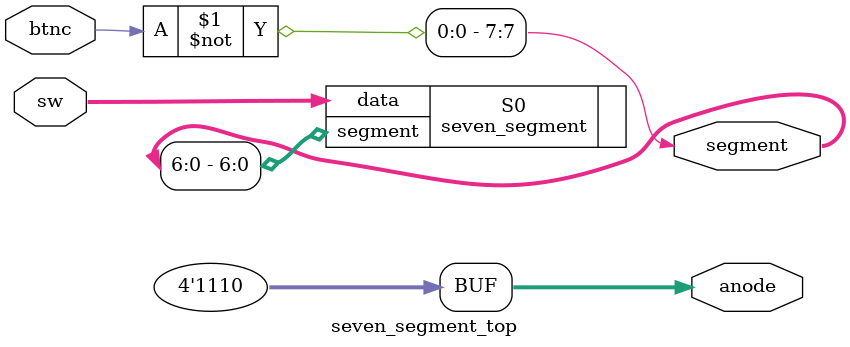
<source format=sv>
`timescale 1ns / 1ps
`default_nettype none
/***************************************************************************
*
* Module: seven_segment_top
*
* Author: Trevor Wiseman
* Class: <Class, Section, Semester> - ECEN 220, Section 2, Fall 2021
* Date: october 20th, 2021
*
* Description: implements seven segment module in the FPGA board
*
*
****************************************************************************/


module seven_segment_top(
    input wire logic [3:0] sw,
    input wire logic btnc,
    output logic [7:0] segment,
    output logic [3:0] anode
    );
    
seven_segment S0(.data(sw[3:0]), .segment(segment[6:0]));
 
not(segment[7], btnc);

assign anode = 4'b1110; 

endmodule

</source>
